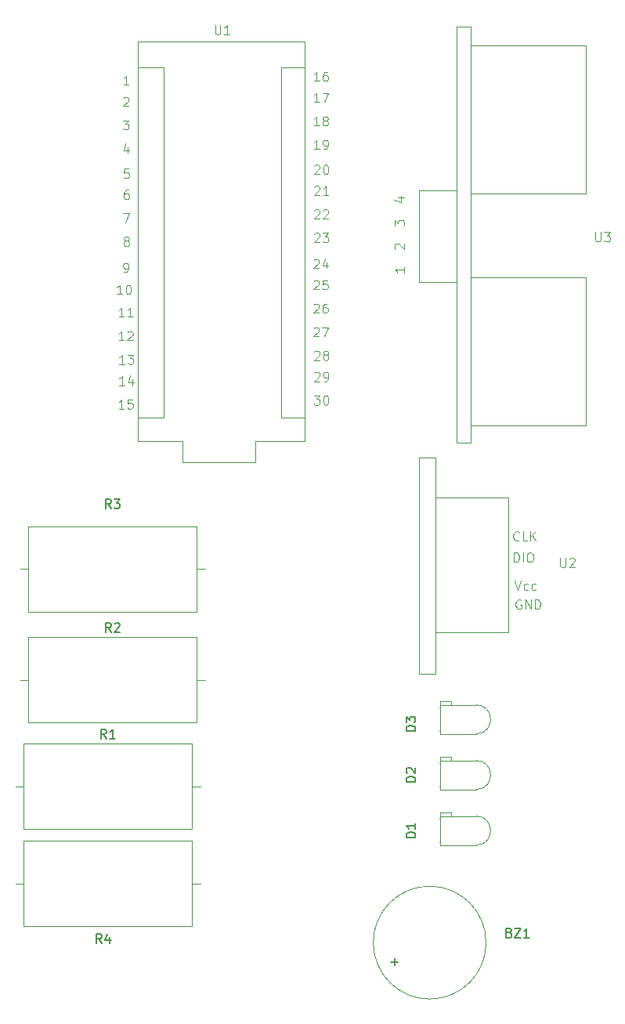
<source format=gbr>
%TF.GenerationSoftware,KiCad,Pcbnew,8.0.7*%
%TF.CreationDate,2024-12-23T22:20:46+05:30*%
%TF.ProjectId,PCB,5043422e-6b69-4636-9164-5f7063625858,rev?*%
%TF.SameCoordinates,Original*%
%TF.FileFunction,Legend,Top*%
%TF.FilePolarity,Positive*%
%FSLAX46Y46*%
G04 Gerber Fmt 4.6, Leading zero omitted, Abs format (unit mm)*
G04 Created by KiCad (PCBNEW 8.0.7) date 2024-12-23 22:20:46*
%MOMM*%
%LPD*%
G01*
G04 APERTURE LIST*
%ADD10C,0.100000*%
%ADD11C,0.150000*%
%ADD12C,0.120000*%
G04 APERTURE END LIST*
D10*
X177446095Y-100179419D02*
X177446095Y-100988942D01*
X177446095Y-100988942D02*
X177493714Y-101084180D01*
X177493714Y-101084180D02*
X177541333Y-101131800D01*
X177541333Y-101131800D02*
X177636571Y-101179419D01*
X177636571Y-101179419D02*
X177827047Y-101179419D01*
X177827047Y-101179419D02*
X177922285Y-101131800D01*
X177922285Y-101131800D02*
X177969904Y-101084180D01*
X177969904Y-101084180D02*
X178017523Y-100988942D01*
X178017523Y-100988942D02*
X178017523Y-100179419D01*
X178446095Y-100274657D02*
X178493714Y-100227038D01*
X178493714Y-100227038D02*
X178588952Y-100179419D01*
X178588952Y-100179419D02*
X178827047Y-100179419D01*
X178827047Y-100179419D02*
X178922285Y-100227038D01*
X178922285Y-100227038D02*
X178969904Y-100274657D01*
X178969904Y-100274657D02*
X179017523Y-100369895D01*
X179017523Y-100369895D02*
X179017523Y-100465133D01*
X179017523Y-100465133D02*
X178969904Y-100607990D01*
X178969904Y-100607990D02*
X178398476Y-101179419D01*
X178398476Y-101179419D02*
X179017523Y-101179419D01*
X172527027Y-102642419D02*
X172860360Y-103642419D01*
X172860360Y-103642419D02*
X173193693Y-102642419D01*
X173955598Y-103594800D02*
X173860360Y-103642419D01*
X173860360Y-103642419D02*
X173669884Y-103642419D01*
X173669884Y-103642419D02*
X173574646Y-103594800D01*
X173574646Y-103594800D02*
X173527027Y-103547180D01*
X173527027Y-103547180D02*
X173479408Y-103451942D01*
X173479408Y-103451942D02*
X173479408Y-103166228D01*
X173479408Y-103166228D02*
X173527027Y-103070990D01*
X173527027Y-103070990D02*
X173574646Y-103023371D01*
X173574646Y-103023371D02*
X173669884Y-102975752D01*
X173669884Y-102975752D02*
X173860360Y-102975752D01*
X173860360Y-102975752D02*
X173955598Y-103023371D01*
X174812741Y-103594800D02*
X174717503Y-103642419D01*
X174717503Y-103642419D02*
X174527027Y-103642419D01*
X174527027Y-103642419D02*
X174431789Y-103594800D01*
X174431789Y-103594800D02*
X174384170Y-103547180D01*
X174384170Y-103547180D02*
X174336551Y-103451942D01*
X174336551Y-103451942D02*
X174336551Y-103166228D01*
X174336551Y-103166228D02*
X174384170Y-103070990D01*
X174384170Y-103070990D02*
X174431789Y-103023371D01*
X174431789Y-103023371D02*
X174527027Y-102975752D01*
X174527027Y-102975752D02*
X174717503Y-102975752D01*
X174717503Y-102975752D02*
X174812741Y-103023371D01*
X173193693Y-104722038D02*
X173098455Y-104674419D01*
X173098455Y-104674419D02*
X172955598Y-104674419D01*
X172955598Y-104674419D02*
X172812741Y-104722038D01*
X172812741Y-104722038D02*
X172717503Y-104817276D01*
X172717503Y-104817276D02*
X172669884Y-104912514D01*
X172669884Y-104912514D02*
X172622265Y-105102990D01*
X172622265Y-105102990D02*
X172622265Y-105245847D01*
X172622265Y-105245847D02*
X172669884Y-105436323D01*
X172669884Y-105436323D02*
X172717503Y-105531561D01*
X172717503Y-105531561D02*
X172812741Y-105626800D01*
X172812741Y-105626800D02*
X172955598Y-105674419D01*
X172955598Y-105674419D02*
X173050836Y-105674419D01*
X173050836Y-105674419D02*
X173193693Y-105626800D01*
X173193693Y-105626800D02*
X173241312Y-105579180D01*
X173241312Y-105579180D02*
X173241312Y-105245847D01*
X173241312Y-105245847D02*
X173050836Y-105245847D01*
X173669884Y-105674419D02*
X173669884Y-104674419D01*
X173669884Y-104674419D02*
X174241312Y-105674419D01*
X174241312Y-105674419D02*
X174241312Y-104674419D01*
X174717503Y-105674419D02*
X174717503Y-104674419D01*
X174717503Y-104674419D02*
X174955598Y-104674419D01*
X174955598Y-104674419D02*
X175098455Y-104722038D01*
X175098455Y-104722038D02*
X175193693Y-104817276D01*
X175193693Y-104817276D02*
X175241312Y-104912514D01*
X175241312Y-104912514D02*
X175288931Y-105102990D01*
X175288931Y-105102990D02*
X175288931Y-105245847D01*
X175288931Y-105245847D02*
X175241312Y-105436323D01*
X175241312Y-105436323D02*
X175193693Y-105531561D01*
X175193693Y-105531561D02*
X175098455Y-105626800D01*
X175098455Y-105626800D02*
X174955598Y-105674419D01*
X174955598Y-105674419D02*
X174717503Y-105674419D01*
X172987312Y-98213180D02*
X172939693Y-98260800D01*
X172939693Y-98260800D02*
X172796836Y-98308419D01*
X172796836Y-98308419D02*
X172701598Y-98308419D01*
X172701598Y-98308419D02*
X172558741Y-98260800D01*
X172558741Y-98260800D02*
X172463503Y-98165561D01*
X172463503Y-98165561D02*
X172415884Y-98070323D01*
X172415884Y-98070323D02*
X172368265Y-97879847D01*
X172368265Y-97879847D02*
X172368265Y-97736990D01*
X172368265Y-97736990D02*
X172415884Y-97546514D01*
X172415884Y-97546514D02*
X172463503Y-97451276D01*
X172463503Y-97451276D02*
X172558741Y-97356038D01*
X172558741Y-97356038D02*
X172701598Y-97308419D01*
X172701598Y-97308419D02*
X172796836Y-97308419D01*
X172796836Y-97308419D02*
X172939693Y-97356038D01*
X172939693Y-97356038D02*
X172987312Y-97403657D01*
X173892074Y-98308419D02*
X173415884Y-98308419D01*
X173415884Y-98308419D02*
X173415884Y-97308419D01*
X174225408Y-98308419D02*
X174225408Y-97308419D01*
X174796836Y-98308419D02*
X174368265Y-97736990D01*
X174796836Y-97308419D02*
X174225408Y-97879847D01*
X172415884Y-100594419D02*
X172415884Y-99594419D01*
X172415884Y-99594419D02*
X172653979Y-99594419D01*
X172653979Y-99594419D02*
X172796836Y-99642038D01*
X172796836Y-99642038D02*
X172892074Y-99737276D01*
X172892074Y-99737276D02*
X172939693Y-99832514D01*
X172939693Y-99832514D02*
X172987312Y-100022990D01*
X172987312Y-100022990D02*
X172987312Y-100165847D01*
X172987312Y-100165847D02*
X172939693Y-100356323D01*
X172939693Y-100356323D02*
X172892074Y-100451561D01*
X172892074Y-100451561D02*
X172796836Y-100546800D01*
X172796836Y-100546800D02*
X172653979Y-100594419D01*
X172653979Y-100594419D02*
X172415884Y-100594419D01*
X173415884Y-100594419D02*
X173415884Y-99594419D01*
X174082550Y-99594419D02*
X174273026Y-99594419D01*
X174273026Y-99594419D02*
X174368264Y-99642038D01*
X174368264Y-99642038D02*
X174463502Y-99737276D01*
X174463502Y-99737276D02*
X174511121Y-99927752D01*
X174511121Y-99927752D02*
X174511121Y-100261085D01*
X174511121Y-100261085D02*
X174463502Y-100451561D01*
X174463502Y-100451561D02*
X174368264Y-100546800D01*
X174368264Y-100546800D02*
X174273026Y-100594419D01*
X174273026Y-100594419D02*
X174082550Y-100594419D01*
X174082550Y-100594419D02*
X173987312Y-100546800D01*
X173987312Y-100546800D02*
X173892074Y-100451561D01*
X173892074Y-100451561D02*
X173844455Y-100261085D01*
X173844455Y-100261085D02*
X173844455Y-99927752D01*
X173844455Y-99927752D02*
X173892074Y-99737276D01*
X173892074Y-99737276D02*
X173987312Y-99642038D01*
X173987312Y-99642038D02*
X174082550Y-99594419D01*
D11*
X161775819Y-130360094D02*
X160775819Y-130360094D01*
X160775819Y-130360094D02*
X160775819Y-130121999D01*
X160775819Y-130121999D02*
X160823438Y-129979142D01*
X160823438Y-129979142D02*
X160918676Y-129883904D01*
X160918676Y-129883904D02*
X161013914Y-129836285D01*
X161013914Y-129836285D02*
X161204390Y-129788666D01*
X161204390Y-129788666D02*
X161347247Y-129788666D01*
X161347247Y-129788666D02*
X161537723Y-129836285D01*
X161537723Y-129836285D02*
X161632961Y-129883904D01*
X161632961Y-129883904D02*
X161728200Y-129979142D01*
X161728200Y-129979142D02*
X161775819Y-130121999D01*
X161775819Y-130121999D02*
X161775819Y-130360094D01*
X161775819Y-128836285D02*
X161775819Y-129407713D01*
X161775819Y-129121999D02*
X160775819Y-129121999D01*
X160775819Y-129121999D02*
X160918676Y-129217237D01*
X160918676Y-129217237D02*
X161013914Y-129312475D01*
X161013914Y-129312475D02*
X161061533Y-129407713D01*
X127865333Y-141800819D02*
X127532000Y-141324628D01*
X127293905Y-141800819D02*
X127293905Y-140800819D01*
X127293905Y-140800819D02*
X127674857Y-140800819D01*
X127674857Y-140800819D02*
X127770095Y-140848438D01*
X127770095Y-140848438D02*
X127817714Y-140896057D01*
X127817714Y-140896057D02*
X127865333Y-140991295D01*
X127865333Y-140991295D02*
X127865333Y-141134152D01*
X127865333Y-141134152D02*
X127817714Y-141229390D01*
X127817714Y-141229390D02*
X127770095Y-141277009D01*
X127770095Y-141277009D02*
X127674857Y-141324628D01*
X127674857Y-141324628D02*
X127293905Y-141324628D01*
X128722476Y-141134152D02*
X128722476Y-141800819D01*
X128484381Y-140753200D02*
X128246286Y-141467485D01*
X128246286Y-141467485D02*
X128865333Y-141467485D01*
D10*
X181238095Y-64957419D02*
X181238095Y-65766942D01*
X181238095Y-65766942D02*
X181285714Y-65862180D01*
X181285714Y-65862180D02*
X181333333Y-65909800D01*
X181333333Y-65909800D02*
X181428571Y-65957419D01*
X181428571Y-65957419D02*
X181619047Y-65957419D01*
X181619047Y-65957419D02*
X181714285Y-65909800D01*
X181714285Y-65909800D02*
X181761904Y-65862180D01*
X181761904Y-65862180D02*
X181809523Y-65766942D01*
X181809523Y-65766942D02*
X181809523Y-64957419D01*
X182190476Y-64957419D02*
X182809523Y-64957419D01*
X182809523Y-64957419D02*
X182476190Y-65338371D01*
X182476190Y-65338371D02*
X182619047Y-65338371D01*
X182619047Y-65338371D02*
X182714285Y-65385990D01*
X182714285Y-65385990D02*
X182761904Y-65433609D01*
X182761904Y-65433609D02*
X182809523Y-65528847D01*
X182809523Y-65528847D02*
X182809523Y-65766942D01*
X182809523Y-65766942D02*
X182761904Y-65862180D01*
X182761904Y-65862180D02*
X182714285Y-65909800D01*
X182714285Y-65909800D02*
X182619047Y-65957419D01*
X182619047Y-65957419D02*
X182333333Y-65957419D01*
X182333333Y-65957419D02*
X182238095Y-65909800D01*
X182238095Y-65909800D02*
X182190476Y-65862180D01*
X159530419Y-64267353D02*
X159530419Y-63648306D01*
X159530419Y-63648306D02*
X159911371Y-63981639D01*
X159911371Y-63981639D02*
X159911371Y-63838782D01*
X159911371Y-63838782D02*
X159958990Y-63743544D01*
X159958990Y-63743544D02*
X160006609Y-63695925D01*
X160006609Y-63695925D02*
X160101847Y-63648306D01*
X160101847Y-63648306D02*
X160339942Y-63648306D01*
X160339942Y-63648306D02*
X160435180Y-63695925D01*
X160435180Y-63695925D02*
X160482800Y-63743544D01*
X160482800Y-63743544D02*
X160530419Y-63838782D01*
X160530419Y-63838782D02*
X160530419Y-64124496D01*
X160530419Y-64124496D02*
X160482800Y-64219734D01*
X160482800Y-64219734D02*
X160435180Y-64267353D01*
X159625657Y-66759734D02*
X159578038Y-66712115D01*
X159578038Y-66712115D02*
X159530419Y-66616877D01*
X159530419Y-66616877D02*
X159530419Y-66378782D01*
X159530419Y-66378782D02*
X159578038Y-66283544D01*
X159578038Y-66283544D02*
X159625657Y-66235925D01*
X159625657Y-66235925D02*
X159720895Y-66188306D01*
X159720895Y-66188306D02*
X159816133Y-66188306D01*
X159816133Y-66188306D02*
X159958990Y-66235925D01*
X159958990Y-66235925D02*
X160530419Y-66807353D01*
X160530419Y-66807353D02*
X160530419Y-66188306D01*
X160530419Y-68728306D02*
X160530419Y-69299734D01*
X160530419Y-69014020D02*
X159530419Y-69014020D01*
X159530419Y-69014020D02*
X159673276Y-69109258D01*
X159673276Y-69109258D02*
X159768514Y-69204496D01*
X159768514Y-69204496D02*
X159816133Y-69299734D01*
X159863752Y-61203544D02*
X160530419Y-61203544D01*
X159482800Y-61441639D02*
X160197085Y-61679734D01*
X160197085Y-61679734D02*
X160197085Y-61060687D01*
D11*
X161775819Y-124350094D02*
X160775819Y-124350094D01*
X160775819Y-124350094D02*
X160775819Y-124111999D01*
X160775819Y-124111999D02*
X160823438Y-123969142D01*
X160823438Y-123969142D02*
X160918676Y-123873904D01*
X160918676Y-123873904D02*
X161013914Y-123826285D01*
X161013914Y-123826285D02*
X161204390Y-123778666D01*
X161204390Y-123778666D02*
X161347247Y-123778666D01*
X161347247Y-123778666D02*
X161537723Y-123826285D01*
X161537723Y-123826285D02*
X161632961Y-123873904D01*
X161632961Y-123873904D02*
X161728200Y-123969142D01*
X161728200Y-123969142D02*
X161775819Y-124111999D01*
X161775819Y-124111999D02*
X161775819Y-124350094D01*
X160871057Y-123397713D02*
X160823438Y-123350094D01*
X160823438Y-123350094D02*
X160775819Y-123254856D01*
X160775819Y-123254856D02*
X160775819Y-123016761D01*
X160775819Y-123016761D02*
X160823438Y-122921523D01*
X160823438Y-122921523D02*
X160871057Y-122873904D01*
X160871057Y-122873904D02*
X160966295Y-122826285D01*
X160966295Y-122826285D02*
X161061533Y-122826285D01*
X161061533Y-122826285D02*
X161204390Y-122873904D01*
X161204390Y-122873904D02*
X161775819Y-123445332D01*
X161775819Y-123445332D02*
X161775819Y-122826285D01*
X161775819Y-118840094D02*
X160775819Y-118840094D01*
X160775819Y-118840094D02*
X160775819Y-118601999D01*
X160775819Y-118601999D02*
X160823438Y-118459142D01*
X160823438Y-118459142D02*
X160918676Y-118363904D01*
X160918676Y-118363904D02*
X161013914Y-118316285D01*
X161013914Y-118316285D02*
X161204390Y-118268666D01*
X161204390Y-118268666D02*
X161347247Y-118268666D01*
X161347247Y-118268666D02*
X161537723Y-118316285D01*
X161537723Y-118316285D02*
X161632961Y-118363904D01*
X161632961Y-118363904D02*
X161728200Y-118459142D01*
X161728200Y-118459142D02*
X161775819Y-118601999D01*
X161775819Y-118601999D02*
X161775819Y-118840094D01*
X160775819Y-117935332D02*
X160775819Y-117316285D01*
X160775819Y-117316285D02*
X161156771Y-117649618D01*
X161156771Y-117649618D02*
X161156771Y-117506761D01*
X161156771Y-117506761D02*
X161204390Y-117411523D01*
X161204390Y-117411523D02*
X161252009Y-117363904D01*
X161252009Y-117363904D02*
X161347247Y-117316285D01*
X161347247Y-117316285D02*
X161585342Y-117316285D01*
X161585342Y-117316285D02*
X161680580Y-117363904D01*
X161680580Y-117363904D02*
X161728200Y-117411523D01*
X161728200Y-117411523D02*
X161775819Y-117506761D01*
X161775819Y-117506761D02*
X161775819Y-117792475D01*
X161775819Y-117792475D02*
X161728200Y-117887713D01*
X161728200Y-117887713D02*
X161680580Y-117935332D01*
X128365333Y-119680819D02*
X128032000Y-119204628D01*
X127793905Y-119680819D02*
X127793905Y-118680819D01*
X127793905Y-118680819D02*
X128174857Y-118680819D01*
X128174857Y-118680819D02*
X128270095Y-118728438D01*
X128270095Y-118728438D02*
X128317714Y-118776057D01*
X128317714Y-118776057D02*
X128365333Y-118871295D01*
X128365333Y-118871295D02*
X128365333Y-119014152D01*
X128365333Y-119014152D02*
X128317714Y-119109390D01*
X128317714Y-119109390D02*
X128270095Y-119157009D01*
X128270095Y-119157009D02*
X128174857Y-119204628D01*
X128174857Y-119204628D02*
X127793905Y-119204628D01*
X129317714Y-119680819D02*
X128746286Y-119680819D01*
X129032000Y-119680819D02*
X129032000Y-118680819D01*
X129032000Y-118680819D02*
X128936762Y-118823676D01*
X128936762Y-118823676D02*
X128841524Y-118918914D01*
X128841524Y-118918914D02*
X128746286Y-118966533D01*
X128865333Y-94800819D02*
X128532000Y-94324628D01*
X128293905Y-94800819D02*
X128293905Y-93800819D01*
X128293905Y-93800819D02*
X128674857Y-93800819D01*
X128674857Y-93800819D02*
X128770095Y-93848438D01*
X128770095Y-93848438D02*
X128817714Y-93896057D01*
X128817714Y-93896057D02*
X128865333Y-93991295D01*
X128865333Y-93991295D02*
X128865333Y-94134152D01*
X128865333Y-94134152D02*
X128817714Y-94229390D01*
X128817714Y-94229390D02*
X128770095Y-94277009D01*
X128770095Y-94277009D02*
X128674857Y-94324628D01*
X128674857Y-94324628D02*
X128293905Y-94324628D01*
X129198667Y-93800819D02*
X129817714Y-93800819D01*
X129817714Y-93800819D02*
X129484381Y-94181771D01*
X129484381Y-94181771D02*
X129627238Y-94181771D01*
X129627238Y-94181771D02*
X129722476Y-94229390D01*
X129722476Y-94229390D02*
X129770095Y-94277009D01*
X129770095Y-94277009D02*
X129817714Y-94372247D01*
X129817714Y-94372247D02*
X129817714Y-94610342D01*
X129817714Y-94610342D02*
X129770095Y-94705580D01*
X129770095Y-94705580D02*
X129722476Y-94753200D01*
X129722476Y-94753200D02*
X129627238Y-94800819D01*
X129627238Y-94800819D02*
X129341524Y-94800819D01*
X129341524Y-94800819D02*
X129246286Y-94753200D01*
X129246286Y-94753200D02*
X129198667Y-94705580D01*
D10*
X140118095Y-42577419D02*
X140118095Y-43386942D01*
X140118095Y-43386942D02*
X140165714Y-43482180D01*
X140165714Y-43482180D02*
X140213333Y-43529800D01*
X140213333Y-43529800D02*
X140308571Y-43577419D01*
X140308571Y-43577419D02*
X140499047Y-43577419D01*
X140499047Y-43577419D02*
X140594285Y-43529800D01*
X140594285Y-43529800D02*
X140641904Y-43482180D01*
X140641904Y-43482180D02*
X140689523Y-43386942D01*
X140689523Y-43386942D02*
X140689523Y-42577419D01*
X141689523Y-43577419D02*
X141118095Y-43577419D01*
X141403809Y-43577419D02*
X141403809Y-42577419D01*
X141403809Y-42577419D02*
X141308571Y-42720276D01*
X141308571Y-42720276D02*
X141213333Y-42815514D01*
X141213333Y-42815514D02*
X141118095Y-42863133D01*
X130775294Y-58102804D02*
X130299104Y-58102804D01*
X130299104Y-58102804D02*
X130251485Y-58578994D01*
X130251485Y-58578994D02*
X130299104Y-58531375D01*
X130299104Y-58531375D02*
X130394342Y-58483756D01*
X130394342Y-58483756D02*
X130632437Y-58483756D01*
X130632437Y-58483756D02*
X130727675Y-58531375D01*
X130727675Y-58531375D02*
X130775294Y-58578994D01*
X130775294Y-58578994D02*
X130822913Y-58674232D01*
X130822913Y-58674232D02*
X130822913Y-58912327D01*
X130822913Y-58912327D02*
X130775294Y-59007565D01*
X130775294Y-59007565D02*
X130727675Y-59055185D01*
X130727675Y-59055185D02*
X130632437Y-59102804D01*
X130632437Y-59102804D02*
X130394342Y-59102804D01*
X130394342Y-59102804D02*
X130299104Y-59055185D01*
X130299104Y-59055185D02*
X130251485Y-59007565D01*
X130341293Y-81486379D02*
X129769865Y-81486379D01*
X130055579Y-81486379D02*
X130055579Y-80486379D01*
X130055579Y-80486379D02*
X129960341Y-80629236D01*
X129960341Y-80629236D02*
X129865103Y-80724474D01*
X129865103Y-80724474D02*
X129769865Y-80772093D01*
X131198436Y-80819712D02*
X131198436Y-81486379D01*
X130960341Y-80438760D02*
X130722246Y-81153045D01*
X130722246Y-81153045D02*
X131341293Y-81153045D01*
X130277693Y-84026379D02*
X129706265Y-84026379D01*
X129991979Y-84026379D02*
X129991979Y-83026379D01*
X129991979Y-83026379D02*
X129896741Y-83169236D01*
X129896741Y-83169236D02*
X129801503Y-83264474D01*
X129801503Y-83264474D02*
X129706265Y-83312093D01*
X131182455Y-83026379D02*
X130706265Y-83026379D01*
X130706265Y-83026379D02*
X130658646Y-83502569D01*
X130658646Y-83502569D02*
X130706265Y-83454950D01*
X130706265Y-83454950D02*
X130801503Y-83407331D01*
X130801503Y-83407331D02*
X131039598Y-83407331D01*
X131039598Y-83407331D02*
X131134836Y-83454950D01*
X131134836Y-83454950D02*
X131182455Y-83502569D01*
X131182455Y-83502569D02*
X131230074Y-83597807D01*
X131230074Y-83597807D02*
X131230074Y-83835902D01*
X131230074Y-83835902D02*
X131182455Y-83931140D01*
X131182455Y-83931140D02*
X131134836Y-83978760D01*
X131134836Y-83978760D02*
X131039598Y-84026379D01*
X131039598Y-84026379D02*
X130801503Y-84026379D01*
X130801503Y-84026379D02*
X130706265Y-83978760D01*
X130706265Y-83978760D02*
X130658646Y-83931140D01*
X151386073Y-53456047D02*
X150814645Y-53456047D01*
X151100359Y-53456047D02*
X151100359Y-52456047D01*
X151100359Y-52456047D02*
X151005121Y-52598904D01*
X151005121Y-52598904D02*
X150909883Y-52694142D01*
X150909883Y-52694142D02*
X150814645Y-52741761D01*
X151957502Y-52884618D02*
X151862264Y-52836999D01*
X151862264Y-52836999D02*
X151814645Y-52789380D01*
X151814645Y-52789380D02*
X151767026Y-52694142D01*
X151767026Y-52694142D02*
X151767026Y-52646523D01*
X151767026Y-52646523D02*
X151814645Y-52551285D01*
X151814645Y-52551285D02*
X151862264Y-52503666D01*
X151862264Y-52503666D02*
X151957502Y-52456047D01*
X151957502Y-52456047D02*
X152147978Y-52456047D01*
X152147978Y-52456047D02*
X152243216Y-52503666D01*
X152243216Y-52503666D02*
X152290835Y-52551285D01*
X152290835Y-52551285D02*
X152338454Y-52646523D01*
X152338454Y-52646523D02*
X152338454Y-52694142D01*
X152338454Y-52694142D02*
X152290835Y-52789380D01*
X152290835Y-52789380D02*
X152243216Y-52836999D01*
X152243216Y-52836999D02*
X152147978Y-52884618D01*
X152147978Y-52884618D02*
X151957502Y-52884618D01*
X151957502Y-52884618D02*
X151862264Y-52932237D01*
X151862264Y-52932237D02*
X151814645Y-52979856D01*
X151814645Y-52979856D02*
X151767026Y-53075094D01*
X151767026Y-53075094D02*
X151767026Y-53265570D01*
X151767026Y-53265570D02*
X151814645Y-53360808D01*
X151814645Y-53360808D02*
X151862264Y-53408428D01*
X151862264Y-53408428D02*
X151957502Y-53456047D01*
X151957502Y-53456047D02*
X152147978Y-53456047D01*
X152147978Y-53456047D02*
X152243216Y-53408428D01*
X152243216Y-53408428D02*
X152290835Y-53360808D01*
X152290835Y-53360808D02*
X152338454Y-53265570D01*
X152338454Y-53265570D02*
X152338454Y-53075094D01*
X152338454Y-53075094D02*
X152290835Y-52979856D01*
X152290835Y-52979856D02*
X152243216Y-52932237D01*
X152243216Y-52932237D02*
X152147978Y-52884618D01*
X150851865Y-65145670D02*
X150899484Y-65098051D01*
X150899484Y-65098051D02*
X150994722Y-65050432D01*
X150994722Y-65050432D02*
X151232817Y-65050432D01*
X151232817Y-65050432D02*
X151328055Y-65098051D01*
X151328055Y-65098051D02*
X151375674Y-65145670D01*
X151375674Y-65145670D02*
X151423293Y-65240908D01*
X151423293Y-65240908D02*
X151423293Y-65336146D01*
X151423293Y-65336146D02*
X151375674Y-65479003D01*
X151375674Y-65479003D02*
X150804246Y-66050432D01*
X150804246Y-66050432D02*
X151423293Y-66050432D01*
X151756627Y-65050432D02*
X152375674Y-65050432D01*
X152375674Y-65050432D02*
X152042341Y-65431384D01*
X152042341Y-65431384D02*
X152185198Y-65431384D01*
X152185198Y-65431384D02*
X152280436Y-65479003D01*
X152280436Y-65479003D02*
X152328055Y-65526622D01*
X152328055Y-65526622D02*
X152375674Y-65621860D01*
X152375674Y-65621860D02*
X152375674Y-65859955D01*
X152375674Y-65859955D02*
X152328055Y-65955193D01*
X152328055Y-65955193D02*
X152280436Y-66002813D01*
X152280436Y-66002813D02*
X152185198Y-66050432D01*
X152185198Y-66050432D02*
X151899484Y-66050432D01*
X151899484Y-66050432D02*
X151804246Y-66002813D01*
X151804246Y-66002813D02*
X151756627Y-65955193D01*
X130441961Y-65897375D02*
X130346723Y-65849756D01*
X130346723Y-65849756D02*
X130299104Y-65802137D01*
X130299104Y-65802137D02*
X130251485Y-65706899D01*
X130251485Y-65706899D02*
X130251485Y-65659280D01*
X130251485Y-65659280D02*
X130299104Y-65564042D01*
X130299104Y-65564042D02*
X130346723Y-65516423D01*
X130346723Y-65516423D02*
X130441961Y-65468804D01*
X130441961Y-65468804D02*
X130632437Y-65468804D01*
X130632437Y-65468804D02*
X130727675Y-65516423D01*
X130727675Y-65516423D02*
X130775294Y-65564042D01*
X130775294Y-65564042D02*
X130822913Y-65659280D01*
X130822913Y-65659280D02*
X130822913Y-65706899D01*
X130822913Y-65706899D02*
X130775294Y-65802137D01*
X130775294Y-65802137D02*
X130727675Y-65849756D01*
X130727675Y-65849756D02*
X130632437Y-65897375D01*
X130632437Y-65897375D02*
X130441961Y-65897375D01*
X130441961Y-65897375D02*
X130346723Y-65944994D01*
X130346723Y-65944994D02*
X130299104Y-65992613D01*
X130299104Y-65992613D02*
X130251485Y-66087851D01*
X130251485Y-66087851D02*
X130251485Y-66278327D01*
X130251485Y-66278327D02*
X130299104Y-66373565D01*
X130299104Y-66373565D02*
X130346723Y-66421185D01*
X130346723Y-66421185D02*
X130441961Y-66468804D01*
X130441961Y-66468804D02*
X130632437Y-66468804D01*
X130632437Y-66468804D02*
X130727675Y-66421185D01*
X130727675Y-66421185D02*
X130775294Y-66373565D01*
X130775294Y-66373565D02*
X130822913Y-66278327D01*
X130822913Y-66278327D02*
X130822913Y-66087851D01*
X130822913Y-66087851D02*
X130775294Y-65992613D01*
X130775294Y-65992613D02*
X130727675Y-65944994D01*
X130727675Y-65944994D02*
X130632437Y-65897375D01*
X150804246Y-82608007D02*
X151423293Y-82608007D01*
X151423293Y-82608007D02*
X151089960Y-82988959D01*
X151089960Y-82988959D02*
X151232817Y-82988959D01*
X151232817Y-82988959D02*
X151328055Y-83036578D01*
X151328055Y-83036578D02*
X151375674Y-83084197D01*
X151375674Y-83084197D02*
X151423293Y-83179435D01*
X151423293Y-83179435D02*
X151423293Y-83417530D01*
X151423293Y-83417530D02*
X151375674Y-83512768D01*
X151375674Y-83512768D02*
X151328055Y-83560388D01*
X151328055Y-83560388D02*
X151232817Y-83608007D01*
X151232817Y-83608007D02*
X150947103Y-83608007D01*
X150947103Y-83608007D02*
X150851865Y-83560388D01*
X150851865Y-83560388D02*
X150804246Y-83512768D01*
X152042341Y-82608007D02*
X152137579Y-82608007D01*
X152137579Y-82608007D02*
X152232817Y-82655626D01*
X152232817Y-82655626D02*
X152280436Y-82703245D01*
X152280436Y-82703245D02*
X152328055Y-82798483D01*
X152328055Y-82798483D02*
X152375674Y-82988959D01*
X152375674Y-82988959D02*
X152375674Y-83227054D01*
X152375674Y-83227054D02*
X152328055Y-83417530D01*
X152328055Y-83417530D02*
X152280436Y-83512768D01*
X152280436Y-83512768D02*
X152232817Y-83560388D01*
X152232817Y-83560388D02*
X152137579Y-83608007D01*
X152137579Y-83608007D02*
X152042341Y-83608007D01*
X152042341Y-83608007D02*
X151947103Y-83560388D01*
X151947103Y-83560388D02*
X151899484Y-83512768D01*
X151899484Y-83512768D02*
X151851865Y-83417530D01*
X151851865Y-83417530D02*
X151804246Y-83227054D01*
X151804246Y-83227054D02*
X151804246Y-82988959D01*
X151804246Y-82988959D02*
X151851865Y-82798483D01*
X151851865Y-82798483D02*
X151899484Y-82703245D01*
X151899484Y-82703245D02*
X151947103Y-82655626D01*
X151947103Y-82655626D02*
X152042341Y-82608007D01*
X151386073Y-55996047D02*
X150814645Y-55996047D01*
X151100359Y-55996047D02*
X151100359Y-54996047D01*
X151100359Y-54996047D02*
X151005121Y-55138904D01*
X151005121Y-55138904D02*
X150909883Y-55234142D01*
X150909883Y-55234142D02*
X150814645Y-55281761D01*
X151862264Y-55996047D02*
X152052740Y-55996047D01*
X152052740Y-55996047D02*
X152147978Y-55948428D01*
X152147978Y-55948428D02*
X152195597Y-55900808D01*
X152195597Y-55900808D02*
X152290835Y-55757951D01*
X152290835Y-55757951D02*
X152338454Y-55567475D01*
X152338454Y-55567475D02*
X152338454Y-55186523D01*
X152338454Y-55186523D02*
X152290835Y-55091285D01*
X152290835Y-55091285D02*
X152243216Y-55043666D01*
X152243216Y-55043666D02*
X152147978Y-54996047D01*
X152147978Y-54996047D02*
X151957502Y-54996047D01*
X151957502Y-54996047D02*
X151862264Y-55043666D01*
X151862264Y-55043666D02*
X151814645Y-55091285D01*
X151814645Y-55091285D02*
X151767026Y-55186523D01*
X151767026Y-55186523D02*
X151767026Y-55424618D01*
X151767026Y-55424618D02*
X151814645Y-55519856D01*
X151814645Y-55519856D02*
X151862264Y-55567475D01*
X151862264Y-55567475D02*
X151957502Y-55615094D01*
X151957502Y-55615094D02*
X152147978Y-55615094D01*
X152147978Y-55615094D02*
X152243216Y-55567475D01*
X152243216Y-55567475D02*
X152290835Y-55519856D01*
X152290835Y-55519856D02*
X152338454Y-55424618D01*
X150788265Y-72781657D02*
X150835884Y-72734038D01*
X150835884Y-72734038D02*
X150931122Y-72686419D01*
X150931122Y-72686419D02*
X151169217Y-72686419D01*
X151169217Y-72686419D02*
X151264455Y-72734038D01*
X151264455Y-72734038D02*
X151312074Y-72781657D01*
X151312074Y-72781657D02*
X151359693Y-72876895D01*
X151359693Y-72876895D02*
X151359693Y-72972133D01*
X151359693Y-72972133D02*
X151312074Y-73114990D01*
X151312074Y-73114990D02*
X150740646Y-73686419D01*
X150740646Y-73686419D02*
X151359693Y-73686419D01*
X152216836Y-72686419D02*
X152026360Y-72686419D01*
X152026360Y-72686419D02*
X151931122Y-72734038D01*
X151931122Y-72734038D02*
X151883503Y-72781657D01*
X151883503Y-72781657D02*
X151788265Y-72924514D01*
X151788265Y-72924514D02*
X151740646Y-73114990D01*
X151740646Y-73114990D02*
X151740646Y-73495942D01*
X151740646Y-73495942D02*
X151788265Y-73591180D01*
X151788265Y-73591180D02*
X151835884Y-73638800D01*
X151835884Y-73638800D02*
X151931122Y-73686419D01*
X151931122Y-73686419D02*
X152121598Y-73686419D01*
X152121598Y-73686419D02*
X152216836Y-73638800D01*
X152216836Y-73638800D02*
X152264455Y-73591180D01*
X152264455Y-73591180D02*
X152312074Y-73495942D01*
X152312074Y-73495942D02*
X152312074Y-73257847D01*
X152312074Y-73257847D02*
X152264455Y-73162609D01*
X152264455Y-73162609D02*
X152216836Y-73114990D01*
X152216836Y-73114990D02*
X152121598Y-73067371D01*
X152121598Y-73067371D02*
X151931122Y-73067371D01*
X151931122Y-73067371D02*
X151835884Y-73114990D01*
X151835884Y-73114990D02*
X151788265Y-73162609D01*
X151788265Y-73162609D02*
X151740646Y-73257847D01*
X150851865Y-80163245D02*
X150899484Y-80115626D01*
X150899484Y-80115626D02*
X150994722Y-80068007D01*
X150994722Y-80068007D02*
X151232817Y-80068007D01*
X151232817Y-80068007D02*
X151328055Y-80115626D01*
X151328055Y-80115626D02*
X151375674Y-80163245D01*
X151375674Y-80163245D02*
X151423293Y-80258483D01*
X151423293Y-80258483D02*
X151423293Y-80353721D01*
X151423293Y-80353721D02*
X151375674Y-80496578D01*
X151375674Y-80496578D02*
X150804246Y-81068007D01*
X150804246Y-81068007D02*
X151423293Y-81068007D01*
X151899484Y-81068007D02*
X152089960Y-81068007D01*
X152089960Y-81068007D02*
X152185198Y-81020388D01*
X152185198Y-81020388D02*
X152232817Y-80972768D01*
X152232817Y-80972768D02*
X152328055Y-80829911D01*
X152328055Y-80829911D02*
X152375674Y-80639435D01*
X152375674Y-80639435D02*
X152375674Y-80258483D01*
X152375674Y-80258483D02*
X152328055Y-80163245D01*
X152328055Y-80163245D02*
X152280436Y-80115626D01*
X152280436Y-80115626D02*
X152185198Y-80068007D01*
X152185198Y-80068007D02*
X151994722Y-80068007D01*
X151994722Y-80068007D02*
X151899484Y-80115626D01*
X151899484Y-80115626D02*
X151851865Y-80163245D01*
X151851865Y-80163245D02*
X151804246Y-80258483D01*
X151804246Y-80258483D02*
X151804246Y-80496578D01*
X151804246Y-80496578D02*
X151851865Y-80591816D01*
X151851865Y-80591816D02*
X151899484Y-80639435D01*
X151899484Y-80639435D02*
X151994722Y-80687054D01*
X151994722Y-80687054D02*
X152185198Y-80687054D01*
X152185198Y-80687054D02*
X152280436Y-80639435D01*
X152280436Y-80639435D02*
X152328055Y-80591816D01*
X152328055Y-80591816D02*
X152375674Y-80496578D01*
X130283123Y-69278791D02*
X130473599Y-69278791D01*
X130473599Y-69278791D02*
X130568837Y-69231172D01*
X130568837Y-69231172D02*
X130616456Y-69183552D01*
X130616456Y-69183552D02*
X130711694Y-69040695D01*
X130711694Y-69040695D02*
X130759313Y-68850219D01*
X130759313Y-68850219D02*
X130759313Y-68469267D01*
X130759313Y-68469267D02*
X130711694Y-68374029D01*
X130711694Y-68374029D02*
X130664075Y-68326410D01*
X130664075Y-68326410D02*
X130568837Y-68278791D01*
X130568837Y-68278791D02*
X130378361Y-68278791D01*
X130378361Y-68278791D02*
X130283123Y-68326410D01*
X130283123Y-68326410D02*
X130235504Y-68374029D01*
X130235504Y-68374029D02*
X130187885Y-68469267D01*
X130187885Y-68469267D02*
X130187885Y-68707362D01*
X130187885Y-68707362D02*
X130235504Y-68802600D01*
X130235504Y-68802600D02*
X130283123Y-68850219D01*
X130283123Y-68850219D02*
X130378361Y-68897838D01*
X130378361Y-68897838D02*
X130568837Y-68897838D01*
X130568837Y-68897838D02*
X130664075Y-68850219D01*
X130664075Y-68850219D02*
X130711694Y-68802600D01*
X130711694Y-68802600D02*
X130759313Y-68707362D01*
X130277693Y-74104791D02*
X129706265Y-74104791D01*
X129991979Y-74104791D02*
X129991979Y-73104791D01*
X129991979Y-73104791D02*
X129896741Y-73247648D01*
X129896741Y-73247648D02*
X129801503Y-73342886D01*
X129801503Y-73342886D02*
X129706265Y-73390505D01*
X131230074Y-74104791D02*
X130658646Y-74104791D01*
X130944360Y-74104791D02*
X130944360Y-73104791D01*
X130944360Y-73104791D02*
X130849122Y-73247648D01*
X130849122Y-73247648D02*
X130753884Y-73342886D01*
X130753884Y-73342886D02*
X130658646Y-73390505D01*
X150851865Y-77877245D02*
X150899484Y-77829626D01*
X150899484Y-77829626D02*
X150994722Y-77782007D01*
X150994722Y-77782007D02*
X151232817Y-77782007D01*
X151232817Y-77782007D02*
X151328055Y-77829626D01*
X151328055Y-77829626D02*
X151375674Y-77877245D01*
X151375674Y-77877245D02*
X151423293Y-77972483D01*
X151423293Y-77972483D02*
X151423293Y-78067721D01*
X151423293Y-78067721D02*
X151375674Y-78210578D01*
X151375674Y-78210578D02*
X150804246Y-78782007D01*
X150804246Y-78782007D02*
X151423293Y-78782007D01*
X151994722Y-78210578D02*
X151899484Y-78162959D01*
X151899484Y-78162959D02*
X151851865Y-78115340D01*
X151851865Y-78115340D02*
X151804246Y-78020102D01*
X151804246Y-78020102D02*
X151804246Y-77972483D01*
X151804246Y-77972483D02*
X151851865Y-77877245D01*
X151851865Y-77877245D02*
X151899484Y-77829626D01*
X151899484Y-77829626D02*
X151994722Y-77782007D01*
X151994722Y-77782007D02*
X152185198Y-77782007D01*
X152185198Y-77782007D02*
X152280436Y-77829626D01*
X152280436Y-77829626D02*
X152328055Y-77877245D01*
X152328055Y-77877245D02*
X152375674Y-77972483D01*
X152375674Y-77972483D02*
X152375674Y-78020102D01*
X152375674Y-78020102D02*
X152328055Y-78115340D01*
X152328055Y-78115340D02*
X152280436Y-78162959D01*
X152280436Y-78162959D02*
X152185198Y-78210578D01*
X152185198Y-78210578D02*
X151994722Y-78210578D01*
X151994722Y-78210578D02*
X151899484Y-78258197D01*
X151899484Y-78258197D02*
X151851865Y-78305816D01*
X151851865Y-78305816D02*
X151804246Y-78401054D01*
X151804246Y-78401054D02*
X151804246Y-78591530D01*
X151804246Y-78591530D02*
X151851865Y-78686768D01*
X151851865Y-78686768D02*
X151899484Y-78734388D01*
X151899484Y-78734388D02*
X151994722Y-78782007D01*
X151994722Y-78782007D02*
X152185198Y-78782007D01*
X152185198Y-78782007D02*
X152280436Y-78734388D01*
X152280436Y-78734388D02*
X152328055Y-78686768D01*
X152328055Y-78686768D02*
X152375674Y-78591530D01*
X152375674Y-78591530D02*
X152375674Y-78401054D01*
X152375674Y-78401054D02*
X152328055Y-78305816D01*
X152328055Y-78305816D02*
X152280436Y-78258197D01*
X152280436Y-78258197D02*
X152185198Y-78210578D01*
X130277693Y-76644791D02*
X129706265Y-76644791D01*
X129991979Y-76644791D02*
X129991979Y-75644791D01*
X129991979Y-75644791D02*
X129896741Y-75787648D01*
X129896741Y-75787648D02*
X129801503Y-75882886D01*
X129801503Y-75882886D02*
X129706265Y-75930505D01*
X130658646Y-75740029D02*
X130706265Y-75692410D01*
X130706265Y-75692410D02*
X130801503Y-75644791D01*
X130801503Y-75644791D02*
X131039598Y-75644791D01*
X131039598Y-75644791D02*
X131134836Y-75692410D01*
X131134836Y-75692410D02*
X131182455Y-75740029D01*
X131182455Y-75740029D02*
X131230074Y-75835267D01*
X131230074Y-75835267D02*
X131230074Y-75930505D01*
X131230074Y-75930505D02*
X131182455Y-76073362D01*
X131182455Y-76073362D02*
X130611027Y-76644791D01*
X130611027Y-76644791D02*
X131230074Y-76644791D01*
X130166646Y-52874419D02*
X130785693Y-52874419D01*
X130785693Y-52874419D02*
X130452360Y-53255371D01*
X130452360Y-53255371D02*
X130595217Y-53255371D01*
X130595217Y-53255371D02*
X130690455Y-53302990D01*
X130690455Y-53302990D02*
X130738074Y-53350609D01*
X130738074Y-53350609D02*
X130785693Y-53445847D01*
X130785693Y-53445847D02*
X130785693Y-53683942D01*
X130785693Y-53683942D02*
X130738074Y-53779180D01*
X130738074Y-53779180D02*
X130690455Y-53826800D01*
X130690455Y-53826800D02*
X130595217Y-53874419D01*
X130595217Y-53874419D02*
X130309503Y-53874419D01*
X130309503Y-53874419D02*
X130214265Y-53826800D01*
X130214265Y-53826800D02*
X130166646Y-53779180D01*
X130087293Y-71654419D02*
X129515865Y-71654419D01*
X129801579Y-71654419D02*
X129801579Y-70654419D01*
X129801579Y-70654419D02*
X129706341Y-70797276D01*
X129706341Y-70797276D02*
X129611103Y-70892514D01*
X129611103Y-70892514D02*
X129515865Y-70940133D01*
X130706341Y-70654419D02*
X130801579Y-70654419D01*
X130801579Y-70654419D02*
X130896817Y-70702038D01*
X130896817Y-70702038D02*
X130944436Y-70749657D01*
X130944436Y-70749657D02*
X130992055Y-70844895D01*
X130992055Y-70844895D02*
X131039674Y-71035371D01*
X131039674Y-71035371D02*
X131039674Y-71273466D01*
X131039674Y-71273466D02*
X130992055Y-71463942D01*
X130992055Y-71463942D02*
X130944436Y-71559180D01*
X130944436Y-71559180D02*
X130896817Y-71606800D01*
X130896817Y-71606800D02*
X130801579Y-71654419D01*
X130801579Y-71654419D02*
X130706341Y-71654419D01*
X130706341Y-71654419D02*
X130611103Y-71606800D01*
X130611103Y-71606800D02*
X130563484Y-71559180D01*
X130563484Y-71559180D02*
X130515865Y-71463942D01*
X130515865Y-71463942D02*
X130468246Y-71273466D01*
X130468246Y-71273466D02*
X130468246Y-71035371D01*
X130468246Y-71035371D02*
X130515865Y-70844895D01*
X130515865Y-70844895D02*
X130563484Y-70749657D01*
X130563484Y-70749657D02*
X130611103Y-70702038D01*
X130611103Y-70702038D02*
X130706341Y-70654419D01*
X151386073Y-50916047D02*
X150814645Y-50916047D01*
X151100359Y-50916047D02*
X151100359Y-49916047D01*
X151100359Y-49916047D02*
X151005121Y-50058904D01*
X151005121Y-50058904D02*
X150909883Y-50154142D01*
X150909883Y-50154142D02*
X150814645Y-50201761D01*
X151719407Y-49916047D02*
X152386073Y-49916047D01*
X152386073Y-49916047D02*
X151957502Y-50916047D01*
X150851865Y-60065670D02*
X150899484Y-60018051D01*
X150899484Y-60018051D02*
X150994722Y-59970432D01*
X150994722Y-59970432D02*
X151232817Y-59970432D01*
X151232817Y-59970432D02*
X151328055Y-60018051D01*
X151328055Y-60018051D02*
X151375674Y-60065670D01*
X151375674Y-60065670D02*
X151423293Y-60160908D01*
X151423293Y-60160908D02*
X151423293Y-60256146D01*
X151423293Y-60256146D02*
X151375674Y-60399003D01*
X151375674Y-60399003D02*
X150804246Y-60970432D01*
X150804246Y-60970432D02*
X151423293Y-60970432D01*
X152375674Y-60970432D02*
X151804246Y-60970432D01*
X152089960Y-60970432D02*
X152089960Y-59970432D01*
X152089960Y-59970432D02*
X151994722Y-60113289D01*
X151994722Y-60113289D02*
X151899484Y-60208527D01*
X151899484Y-60208527D02*
X151804246Y-60256146D01*
X130785693Y-49048419D02*
X130214265Y-49048419D01*
X130499979Y-49048419D02*
X130499979Y-48048419D01*
X130499979Y-48048419D02*
X130404741Y-48191276D01*
X130404741Y-48191276D02*
X130309503Y-48286514D01*
X130309503Y-48286514D02*
X130214265Y-48334133D01*
X150788265Y-75321657D02*
X150835884Y-75274038D01*
X150835884Y-75274038D02*
X150931122Y-75226419D01*
X150931122Y-75226419D02*
X151169217Y-75226419D01*
X151169217Y-75226419D02*
X151264455Y-75274038D01*
X151264455Y-75274038D02*
X151312074Y-75321657D01*
X151312074Y-75321657D02*
X151359693Y-75416895D01*
X151359693Y-75416895D02*
X151359693Y-75512133D01*
X151359693Y-75512133D02*
X151312074Y-75654990D01*
X151312074Y-75654990D02*
X150740646Y-76226419D01*
X150740646Y-76226419D02*
X151359693Y-76226419D01*
X151693027Y-75226419D02*
X152359693Y-75226419D01*
X152359693Y-75226419D02*
X151931122Y-76226419D01*
X130214265Y-50429657D02*
X130261884Y-50382038D01*
X130261884Y-50382038D02*
X130357122Y-50334419D01*
X130357122Y-50334419D02*
X130595217Y-50334419D01*
X130595217Y-50334419D02*
X130690455Y-50382038D01*
X130690455Y-50382038D02*
X130738074Y-50429657D01*
X130738074Y-50429657D02*
X130785693Y-50524895D01*
X130785693Y-50524895D02*
X130785693Y-50620133D01*
X130785693Y-50620133D02*
X130738074Y-50762990D01*
X130738074Y-50762990D02*
X130166646Y-51334419D01*
X130166646Y-51334419D02*
X130785693Y-51334419D01*
X130690455Y-55747752D02*
X130690455Y-56414419D01*
X130452360Y-55366800D02*
X130214265Y-56081085D01*
X130214265Y-56081085D02*
X130833312Y-56081085D01*
X150788265Y-70241657D02*
X150835884Y-70194038D01*
X150835884Y-70194038D02*
X150931122Y-70146419D01*
X150931122Y-70146419D02*
X151169217Y-70146419D01*
X151169217Y-70146419D02*
X151264455Y-70194038D01*
X151264455Y-70194038D02*
X151312074Y-70241657D01*
X151312074Y-70241657D02*
X151359693Y-70336895D01*
X151359693Y-70336895D02*
X151359693Y-70432133D01*
X151359693Y-70432133D02*
X151312074Y-70574990D01*
X151312074Y-70574990D02*
X150740646Y-71146419D01*
X150740646Y-71146419D02*
X151359693Y-71146419D01*
X152264455Y-70146419D02*
X151788265Y-70146419D01*
X151788265Y-70146419D02*
X151740646Y-70622609D01*
X151740646Y-70622609D02*
X151788265Y-70574990D01*
X151788265Y-70574990D02*
X151883503Y-70527371D01*
X151883503Y-70527371D02*
X152121598Y-70527371D01*
X152121598Y-70527371D02*
X152216836Y-70574990D01*
X152216836Y-70574990D02*
X152264455Y-70622609D01*
X152264455Y-70622609D02*
X152312074Y-70717847D01*
X152312074Y-70717847D02*
X152312074Y-70955942D01*
X152312074Y-70955942D02*
X152264455Y-71051180D01*
X152264455Y-71051180D02*
X152216836Y-71098800D01*
X152216836Y-71098800D02*
X152121598Y-71146419D01*
X152121598Y-71146419D02*
X151883503Y-71146419D01*
X151883503Y-71146419D02*
X151788265Y-71098800D01*
X151788265Y-71098800D02*
X151740646Y-71051180D01*
X150788265Y-67955657D02*
X150835884Y-67908038D01*
X150835884Y-67908038D02*
X150931122Y-67860419D01*
X150931122Y-67860419D02*
X151169217Y-67860419D01*
X151169217Y-67860419D02*
X151264455Y-67908038D01*
X151264455Y-67908038D02*
X151312074Y-67955657D01*
X151312074Y-67955657D02*
X151359693Y-68050895D01*
X151359693Y-68050895D02*
X151359693Y-68146133D01*
X151359693Y-68146133D02*
X151312074Y-68288990D01*
X151312074Y-68288990D02*
X150740646Y-68860419D01*
X150740646Y-68860419D02*
X151359693Y-68860419D01*
X152216836Y-68193752D02*
X152216836Y-68860419D01*
X151978741Y-67812800D02*
X151740646Y-68527085D01*
X151740646Y-68527085D02*
X152359693Y-68527085D01*
X130341293Y-79200379D02*
X129769865Y-79200379D01*
X130055579Y-79200379D02*
X130055579Y-78200379D01*
X130055579Y-78200379D02*
X129960341Y-78343236D01*
X129960341Y-78343236D02*
X129865103Y-78438474D01*
X129865103Y-78438474D02*
X129769865Y-78486093D01*
X130674627Y-78200379D02*
X131293674Y-78200379D01*
X131293674Y-78200379D02*
X130960341Y-78581331D01*
X130960341Y-78581331D02*
X131103198Y-78581331D01*
X131103198Y-78581331D02*
X131198436Y-78628950D01*
X131198436Y-78628950D02*
X131246055Y-78676569D01*
X131246055Y-78676569D02*
X131293674Y-78771807D01*
X131293674Y-78771807D02*
X131293674Y-79009902D01*
X131293674Y-79009902D02*
X131246055Y-79105140D01*
X131246055Y-79105140D02*
X131198436Y-79152760D01*
X131198436Y-79152760D02*
X131103198Y-79200379D01*
X131103198Y-79200379D02*
X130817484Y-79200379D01*
X130817484Y-79200379D02*
X130722246Y-79152760D01*
X130722246Y-79152760D02*
X130674627Y-79105140D01*
X150851865Y-57779670D02*
X150899484Y-57732051D01*
X150899484Y-57732051D02*
X150994722Y-57684432D01*
X150994722Y-57684432D02*
X151232817Y-57684432D01*
X151232817Y-57684432D02*
X151328055Y-57732051D01*
X151328055Y-57732051D02*
X151375674Y-57779670D01*
X151375674Y-57779670D02*
X151423293Y-57874908D01*
X151423293Y-57874908D02*
X151423293Y-57970146D01*
X151423293Y-57970146D02*
X151375674Y-58113003D01*
X151375674Y-58113003D02*
X150804246Y-58684432D01*
X150804246Y-58684432D02*
X151423293Y-58684432D01*
X152042341Y-57684432D02*
X152137579Y-57684432D01*
X152137579Y-57684432D02*
X152232817Y-57732051D01*
X152232817Y-57732051D02*
X152280436Y-57779670D01*
X152280436Y-57779670D02*
X152328055Y-57874908D01*
X152328055Y-57874908D02*
X152375674Y-58065384D01*
X152375674Y-58065384D02*
X152375674Y-58303479D01*
X152375674Y-58303479D02*
X152328055Y-58493955D01*
X152328055Y-58493955D02*
X152280436Y-58589193D01*
X152280436Y-58589193D02*
X152232817Y-58636813D01*
X152232817Y-58636813D02*
X152137579Y-58684432D01*
X152137579Y-58684432D02*
X152042341Y-58684432D01*
X152042341Y-58684432D02*
X151947103Y-58636813D01*
X151947103Y-58636813D02*
X151899484Y-58589193D01*
X151899484Y-58589193D02*
X151851865Y-58493955D01*
X151851865Y-58493955D02*
X151804246Y-58303479D01*
X151804246Y-58303479D02*
X151804246Y-58065384D01*
X151804246Y-58065384D02*
X151851865Y-57874908D01*
X151851865Y-57874908D02*
X151899484Y-57779670D01*
X151899484Y-57779670D02*
X151947103Y-57732051D01*
X151947103Y-57732051D02*
X152042341Y-57684432D01*
X130727675Y-60388804D02*
X130537199Y-60388804D01*
X130537199Y-60388804D02*
X130441961Y-60436423D01*
X130441961Y-60436423D02*
X130394342Y-60484042D01*
X130394342Y-60484042D02*
X130299104Y-60626899D01*
X130299104Y-60626899D02*
X130251485Y-60817375D01*
X130251485Y-60817375D02*
X130251485Y-61198327D01*
X130251485Y-61198327D02*
X130299104Y-61293565D01*
X130299104Y-61293565D02*
X130346723Y-61341185D01*
X130346723Y-61341185D02*
X130441961Y-61388804D01*
X130441961Y-61388804D02*
X130632437Y-61388804D01*
X130632437Y-61388804D02*
X130727675Y-61341185D01*
X130727675Y-61341185D02*
X130775294Y-61293565D01*
X130775294Y-61293565D02*
X130822913Y-61198327D01*
X130822913Y-61198327D02*
X130822913Y-60960232D01*
X130822913Y-60960232D02*
X130775294Y-60864994D01*
X130775294Y-60864994D02*
X130727675Y-60817375D01*
X130727675Y-60817375D02*
X130632437Y-60769756D01*
X130632437Y-60769756D02*
X130441961Y-60769756D01*
X130441961Y-60769756D02*
X130346723Y-60817375D01*
X130346723Y-60817375D02*
X130299104Y-60864994D01*
X130299104Y-60864994D02*
X130251485Y-60960232D01*
X150851865Y-62605670D02*
X150899484Y-62558051D01*
X150899484Y-62558051D02*
X150994722Y-62510432D01*
X150994722Y-62510432D02*
X151232817Y-62510432D01*
X151232817Y-62510432D02*
X151328055Y-62558051D01*
X151328055Y-62558051D02*
X151375674Y-62605670D01*
X151375674Y-62605670D02*
X151423293Y-62700908D01*
X151423293Y-62700908D02*
X151423293Y-62796146D01*
X151423293Y-62796146D02*
X151375674Y-62939003D01*
X151375674Y-62939003D02*
X150804246Y-63510432D01*
X150804246Y-63510432D02*
X151423293Y-63510432D01*
X151804246Y-62605670D02*
X151851865Y-62558051D01*
X151851865Y-62558051D02*
X151947103Y-62510432D01*
X151947103Y-62510432D02*
X152185198Y-62510432D01*
X152185198Y-62510432D02*
X152280436Y-62558051D01*
X152280436Y-62558051D02*
X152328055Y-62605670D01*
X152328055Y-62605670D02*
X152375674Y-62700908D01*
X152375674Y-62700908D02*
X152375674Y-62796146D01*
X152375674Y-62796146D02*
X152328055Y-62939003D01*
X152328055Y-62939003D02*
X151756627Y-63510432D01*
X151756627Y-63510432D02*
X152375674Y-63510432D01*
X151386073Y-48630047D02*
X150814645Y-48630047D01*
X151100359Y-48630047D02*
X151100359Y-47630047D01*
X151100359Y-47630047D02*
X151005121Y-47772904D01*
X151005121Y-47772904D02*
X150909883Y-47868142D01*
X150909883Y-47868142D02*
X150814645Y-47915761D01*
X152243216Y-47630047D02*
X152052740Y-47630047D01*
X152052740Y-47630047D02*
X151957502Y-47677666D01*
X151957502Y-47677666D02*
X151909883Y-47725285D01*
X151909883Y-47725285D02*
X151814645Y-47868142D01*
X151814645Y-47868142D02*
X151767026Y-48058618D01*
X151767026Y-48058618D02*
X151767026Y-48439570D01*
X151767026Y-48439570D02*
X151814645Y-48534808D01*
X151814645Y-48534808D02*
X151862264Y-48582428D01*
X151862264Y-48582428D02*
X151957502Y-48630047D01*
X151957502Y-48630047D02*
X152147978Y-48630047D01*
X152147978Y-48630047D02*
X152243216Y-48582428D01*
X152243216Y-48582428D02*
X152290835Y-48534808D01*
X152290835Y-48534808D02*
X152338454Y-48439570D01*
X152338454Y-48439570D02*
X152338454Y-48201475D01*
X152338454Y-48201475D02*
X152290835Y-48106237D01*
X152290835Y-48106237D02*
X152243216Y-48058618D01*
X152243216Y-48058618D02*
X152147978Y-48010999D01*
X152147978Y-48010999D02*
X151957502Y-48010999D01*
X151957502Y-48010999D02*
X151862264Y-48058618D01*
X151862264Y-48058618D02*
X151814645Y-48106237D01*
X151814645Y-48106237D02*
X151767026Y-48201475D01*
X130203866Y-62928804D02*
X130870532Y-62928804D01*
X130870532Y-62928804D02*
X130441961Y-63928804D01*
D11*
X171941047Y-140663009D02*
X172083904Y-140710628D01*
X172083904Y-140710628D02*
X172131523Y-140758247D01*
X172131523Y-140758247D02*
X172179142Y-140853485D01*
X172179142Y-140853485D02*
X172179142Y-140996342D01*
X172179142Y-140996342D02*
X172131523Y-141091580D01*
X172131523Y-141091580D02*
X172083904Y-141139200D01*
X172083904Y-141139200D02*
X171988666Y-141186819D01*
X171988666Y-141186819D02*
X171607714Y-141186819D01*
X171607714Y-141186819D02*
X171607714Y-140186819D01*
X171607714Y-140186819D02*
X171941047Y-140186819D01*
X171941047Y-140186819D02*
X172036285Y-140234438D01*
X172036285Y-140234438D02*
X172083904Y-140282057D01*
X172083904Y-140282057D02*
X172131523Y-140377295D01*
X172131523Y-140377295D02*
X172131523Y-140472533D01*
X172131523Y-140472533D02*
X172083904Y-140567771D01*
X172083904Y-140567771D02*
X172036285Y-140615390D01*
X172036285Y-140615390D02*
X171941047Y-140663009D01*
X171941047Y-140663009D02*
X171607714Y-140663009D01*
X172512476Y-140186819D02*
X173179142Y-140186819D01*
X173179142Y-140186819D02*
X172512476Y-141186819D01*
X172512476Y-141186819D02*
X173179142Y-141186819D01*
X174083904Y-141186819D02*
X173512476Y-141186819D01*
X173798190Y-141186819D02*
X173798190Y-140186819D01*
X173798190Y-140186819D02*
X173702952Y-140329676D01*
X173702952Y-140329676D02*
X173607714Y-140424914D01*
X173607714Y-140424914D02*
X173512476Y-140472533D01*
X159131048Y-143837866D02*
X159892953Y-143837866D01*
X159512000Y-144218819D02*
X159512000Y-143456914D01*
X128865333Y-108180819D02*
X128532000Y-107704628D01*
X128293905Y-108180819D02*
X128293905Y-107180819D01*
X128293905Y-107180819D02*
X128674857Y-107180819D01*
X128674857Y-107180819D02*
X128770095Y-107228438D01*
X128770095Y-107228438D02*
X128817714Y-107276057D01*
X128817714Y-107276057D02*
X128865333Y-107371295D01*
X128865333Y-107371295D02*
X128865333Y-107514152D01*
X128865333Y-107514152D02*
X128817714Y-107609390D01*
X128817714Y-107609390D02*
X128770095Y-107657009D01*
X128770095Y-107657009D02*
X128674857Y-107704628D01*
X128674857Y-107704628D02*
X128293905Y-107704628D01*
X129246286Y-107276057D02*
X129293905Y-107228438D01*
X129293905Y-107228438D02*
X129389143Y-107180819D01*
X129389143Y-107180819D02*
X129627238Y-107180819D01*
X129627238Y-107180819D02*
X129722476Y-107228438D01*
X129722476Y-107228438D02*
X129770095Y-107276057D01*
X129770095Y-107276057D02*
X129817714Y-107371295D01*
X129817714Y-107371295D02*
X129817714Y-107466533D01*
X129817714Y-107466533D02*
X129770095Y-107609390D01*
X129770095Y-107609390D02*
X129198667Y-108180819D01*
X129198667Y-108180819D02*
X129817714Y-108180819D01*
D10*
%TO.C,U2*%
X162206000Y-89292000D02*
X162206000Y-112660000D01*
X162206000Y-112660000D02*
X163984000Y-112660000D01*
X163984000Y-89292000D02*
X162206000Y-89292000D01*
X163984000Y-93610000D02*
X171858000Y-93610000D01*
X163984000Y-112660000D02*
X163984000Y-89292000D01*
X171858000Y-93610000D02*
X171858000Y-108215000D01*
X171858000Y-108215000D02*
X163984000Y-108215000D01*
D12*
%TO.C,D1*%
X164361000Y-128352000D02*
X164361000Y-128352000D01*
X164361000Y-128352000D02*
X164491000Y-128352000D01*
X164361000Y-130892000D02*
X164361000Y-130892000D01*
X164361000Y-130892000D02*
X164491000Y-130892000D01*
X164491000Y-127662000D02*
X165611000Y-127662000D01*
X164491000Y-128062000D02*
X164491000Y-127662000D01*
X164491000Y-128062000D02*
X168351000Y-128062000D01*
X164491000Y-128352000D02*
X164361000Y-128352000D01*
X164491000Y-128352000D02*
X164491000Y-128352000D01*
X164491000Y-130892000D02*
X164361000Y-130892000D01*
X164491000Y-130892000D02*
X164491000Y-130892000D01*
X164491000Y-131182000D02*
X164491000Y-128062000D01*
X164491000Y-131182000D02*
X168351000Y-131182000D01*
X165611000Y-127662000D02*
X165611000Y-128062000D01*
X165611000Y-128062000D02*
X164491000Y-128062000D01*
X168351000Y-128062000D02*
G75*
G02*
X168351000Y-131182000I0J-1560000D01*
G01*
%TO.C,R4*%
X118542000Y-135346000D02*
X119412000Y-135346000D01*
X119412000Y-130726000D02*
X119412000Y-139966000D01*
X119412000Y-139966000D02*
X137652000Y-139966000D01*
X137652000Y-130726000D02*
X119412000Y-130726000D01*
X137652000Y-139966000D02*
X137652000Y-130726000D01*
X138522000Y-135346000D02*
X137652000Y-135346000D01*
D10*
%TO.C,U3*%
X162174000Y-60412000D02*
X166238000Y-60412000D01*
X162174000Y-70318000D02*
X162174000Y-60412000D01*
X166238000Y-70318000D02*
X162174000Y-70318000D01*
X167762000Y-60793000D02*
X180208000Y-60793000D01*
X167762000Y-85812000D02*
X180208000Y-85812000D01*
X180208000Y-44791000D02*
X167762000Y-44791000D01*
X180208000Y-60793000D02*
X180208000Y-44791000D01*
X180208000Y-69810000D02*
X167762000Y-69810000D01*
X180208000Y-85812000D02*
X180208000Y-69810000D01*
X166262000Y-87738000D02*
X167762000Y-87738000D01*
X167762000Y-42738000D01*
X166262000Y-42738000D01*
X166262000Y-87738000D01*
D12*
%TO.C,D2*%
X164361000Y-122342000D02*
X164361000Y-122342000D01*
X164361000Y-122342000D02*
X164491000Y-122342000D01*
X164361000Y-124882000D02*
X164361000Y-124882000D01*
X164361000Y-124882000D02*
X164491000Y-124882000D01*
X164491000Y-121652000D02*
X165611000Y-121652000D01*
X164491000Y-122052000D02*
X164491000Y-121652000D01*
X164491000Y-122052000D02*
X168351000Y-122052000D01*
X164491000Y-122342000D02*
X164361000Y-122342000D01*
X164491000Y-122342000D02*
X164491000Y-122342000D01*
X164491000Y-124882000D02*
X164361000Y-124882000D01*
X164491000Y-124882000D02*
X164491000Y-124882000D01*
X164491000Y-125172000D02*
X164491000Y-122052000D01*
X164491000Y-125172000D02*
X168351000Y-125172000D01*
X165611000Y-121652000D02*
X165611000Y-122052000D01*
X165611000Y-122052000D02*
X164491000Y-122052000D01*
X168351000Y-122052000D02*
G75*
G02*
X168351000Y-125172000I0J-1560000D01*
G01*
%TO.C,D3*%
X164361000Y-116332000D02*
X164361000Y-116332000D01*
X164361000Y-116332000D02*
X164491000Y-116332000D01*
X164361000Y-118872000D02*
X164361000Y-118872000D01*
X164361000Y-118872000D02*
X164491000Y-118872000D01*
X164491000Y-115642000D02*
X165611000Y-115642000D01*
X164491000Y-116042000D02*
X164491000Y-115642000D01*
X164491000Y-116042000D02*
X168351000Y-116042000D01*
X164491000Y-116332000D02*
X164361000Y-116332000D01*
X164491000Y-116332000D02*
X164491000Y-116332000D01*
X164491000Y-118872000D02*
X164361000Y-118872000D01*
X164491000Y-118872000D02*
X164491000Y-118872000D01*
X164491000Y-119162000D02*
X164491000Y-116042000D01*
X164491000Y-119162000D02*
X168351000Y-119162000D01*
X165611000Y-115642000D02*
X165611000Y-116042000D01*
X165611000Y-116042000D02*
X164491000Y-116042000D01*
X168351000Y-116042000D02*
G75*
G02*
X168351000Y-119162000I0J-1560000D01*
G01*
%TO.C,R1*%
X118542000Y-124846000D02*
X119412000Y-124846000D01*
X119412000Y-120226000D02*
X119412000Y-129466000D01*
X119412000Y-129466000D02*
X137652000Y-129466000D01*
X137652000Y-120226000D02*
X119412000Y-120226000D01*
X137652000Y-129466000D02*
X137652000Y-120226000D01*
X138522000Y-124846000D02*
X137652000Y-124846000D01*
%TO.C,R3*%
X119042000Y-101346000D02*
X119912000Y-101346000D01*
X119912000Y-96726000D02*
X119912000Y-105966000D01*
X119912000Y-105966000D02*
X138152000Y-105966000D01*
X138152000Y-96726000D02*
X119912000Y-96726000D01*
X138152000Y-105966000D02*
X138152000Y-96726000D01*
X139022000Y-101346000D02*
X138152000Y-101346000D01*
D10*
%TO.C,U1*%
X131736000Y-47144000D02*
X134530000Y-47144000D01*
X131770000Y-44350000D02*
X131770000Y-87550000D01*
X131770000Y-44350000D02*
X149770000Y-44350000D01*
X134530000Y-47144000D02*
X134530000Y-84990000D01*
X134530000Y-47144000D02*
X134530000Y-84990000D01*
X134530000Y-84990000D02*
X131736000Y-84990000D01*
X136562000Y-87530000D02*
X131770000Y-87550000D01*
X136562000Y-87530000D02*
X136562000Y-89816000D01*
X136562000Y-89816000D02*
X144436000Y-89816000D01*
X144436000Y-89816000D02*
X136562000Y-89816000D01*
X144436000Y-89816000D02*
X144436000Y-87530000D01*
X147230000Y-47144000D02*
X149770000Y-47144000D01*
X147230000Y-84990000D02*
X147230000Y-47144000D01*
X149770000Y-44350000D02*
X149770000Y-87550000D01*
X149770000Y-84990000D02*
X147230000Y-84990000D01*
X149770000Y-87550000D02*
X144436000Y-87530000D01*
D12*
%TO.C,BZ1*%
X169422000Y-141732000D02*
G75*
G02*
X157222000Y-141732000I-6100000J0D01*
G01*
X157222000Y-141732000D02*
G75*
G02*
X169422000Y-141732000I6100000J0D01*
G01*
%TO.C,R2*%
X119042000Y-113346000D02*
X119912000Y-113346000D01*
X119912000Y-108726000D02*
X119912000Y-117966000D01*
X119912000Y-117966000D02*
X138152000Y-117966000D01*
X138152000Y-108726000D02*
X119912000Y-108726000D01*
X138152000Y-117966000D02*
X138152000Y-108726000D01*
X139022000Y-113346000D02*
X138152000Y-113346000D01*
%TD*%
M02*

</source>
